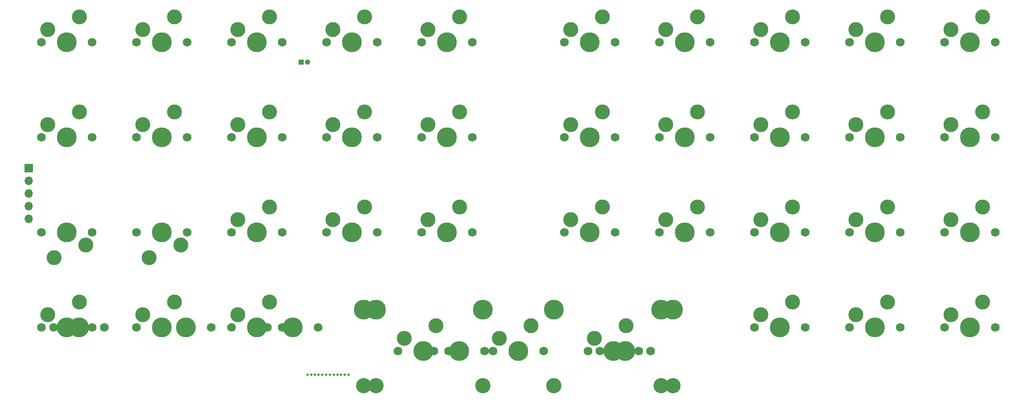
<source format=gts>
%TF.GenerationSoftware,KiCad,Pcbnew,7.0.6*%
%TF.CreationDate,2023-12-03T11:03:35-05:00*%
%TF.ProjectId,cutiepie2040-ortho-hotswap-solder-pcb,63757469-6570-4696-9532-3034302d6f72,rev?*%
%TF.SameCoordinates,PX27bdd2cPY74f41bc*%
%TF.FileFunction,Soldermask,Top*%
%TF.FilePolarity,Negative*%
%FSLAX46Y46*%
G04 Gerber Fmt 4.6, Leading zero omitted, Abs format (unit mm)*
G04 Created by KiCad (PCBNEW 7.0.6) date 2023-12-03 11:03:35*
%MOMM*%
%LPD*%
G01*
G04 APERTURE LIST*
%ADD10C,1.750000*%
%ADD11C,3.000000*%
%ADD12C,3.987800*%
%ADD13C,3.048000*%
%ADD14C,0.500000*%
%ADD15R,1.050000X1.050000*%
%ADD16C,1.050000*%
%ADD17R,1.700000X1.700000*%
%ADD18O,1.700000X1.700000*%
G04 APERTURE END LIST*
D10*
%TO.C,MX15*%
X61594938Y33337766D03*
D11*
X62864938Y35877766D03*
D12*
X66674938Y33337766D03*
D11*
X69214938Y38417766D03*
D10*
X71754938Y33337766D03*
%TD*%
%TO.C,MX11*%
X42544938Y33337766D03*
D11*
X43814938Y35877766D03*
D12*
X47624938Y33337766D03*
D11*
X50164938Y38417766D03*
D10*
X52704938Y33337766D03*
%TD*%
%TO.C,MX7*%
X33654938Y33337766D03*
D11*
X32384938Y30797766D03*
D12*
X28574938Y33337766D03*
D11*
X26034938Y28257766D03*
D10*
X23494938Y33337766D03*
%TD*%
%TO.C,MX3*%
X14604938Y33337766D03*
D11*
X13334938Y30797766D03*
D12*
X9524938Y33337766D03*
D11*
X6984938Y28257766D03*
D10*
X4444938Y33337766D03*
%TD*%
%TO.C,MX2*%
X4444938Y52387766D03*
D11*
X5714938Y54927766D03*
D12*
X9524938Y52387766D03*
D11*
X12064938Y57467766D03*
D10*
X14604938Y52387766D03*
%TD*%
%TO.C,MX6*%
X23494938Y52387766D03*
D11*
X24764938Y54927766D03*
D12*
X28574938Y52387766D03*
D11*
X31114938Y57467766D03*
D10*
X33654938Y52387766D03*
%TD*%
%TO.C,MX10*%
X42544938Y52387766D03*
D11*
X43814938Y54927766D03*
D12*
X47624938Y52387766D03*
D11*
X50164938Y57467766D03*
D10*
X52704938Y52387766D03*
%TD*%
%TO.C,MX14*%
X61594938Y52387766D03*
D11*
X62864938Y54927766D03*
D12*
X66674938Y52387766D03*
D11*
X69214938Y57467766D03*
D10*
X71754938Y52387766D03*
%TD*%
%TO.C,MX16*%
X80644938Y71437766D03*
D11*
X81914938Y73977766D03*
D12*
X85724938Y71437766D03*
D11*
X88264938Y76517766D03*
D10*
X90804938Y71437766D03*
%TD*%
%TO.C,MX17*%
X80644938Y52387766D03*
D11*
X81914938Y54927766D03*
D12*
X85724938Y52387766D03*
D11*
X88264938Y57467766D03*
D10*
X90804938Y52387766D03*
%TD*%
%TO.C,MX18*%
X80644938Y33337766D03*
D11*
X81914938Y35877766D03*
D12*
X85724938Y33337766D03*
D11*
X88264938Y38417766D03*
D10*
X90804938Y33337766D03*
%TD*%
%TO.C,MX4*%
X4444938Y14317344D03*
D11*
X5714938Y16857344D03*
D12*
X9524938Y14317344D03*
D11*
X12064938Y19397344D03*
D10*
X14604938Y14317344D03*
%TD*%
%TO.C,MX8*%
X23494954Y14317344D03*
D11*
X24764954Y16857344D03*
D12*
X28574954Y14317344D03*
D11*
X31114954Y19397344D03*
D10*
X33654954Y14317344D03*
%TD*%
%TO.C,MX12*%
X42544970Y14317344D03*
D11*
X43814970Y16857344D03*
D12*
X47624970Y14317344D03*
D11*
X50164970Y19397344D03*
D10*
X52704970Y14317344D03*
%TD*%
D13*
%TO.C,MX19*%
X69024498Y2569840D03*
D12*
X69024498Y17809840D03*
D10*
X75882498Y9554840D03*
D11*
X77152498Y12094840D03*
D12*
X80962498Y9554840D03*
D11*
X83502498Y14634840D03*
D10*
X86042498Y9554840D03*
D13*
X92900498Y2569840D03*
D12*
X92900498Y17809840D03*
%TD*%
%TO.C,MX23*%
X107124530Y17809840D03*
D13*
X107124530Y2569840D03*
D10*
X113982530Y9554840D03*
D11*
X115252530Y12094840D03*
D12*
X119062530Y9554840D03*
D11*
X121602530Y14634840D03*
D10*
X124142530Y9554840D03*
D12*
X131000530Y17809840D03*
D13*
X131000530Y2569840D03*
%TD*%
D10*
%TO.C,MX41*%
X59848726Y14317344D03*
D12*
X54768726Y14317344D03*
D10*
X49688726Y14317344D03*
%TD*%
D14*
%TO.C,H1*%
X57727511Y4762512D03*
X58477511Y4762512D03*
X59227511Y4762512D03*
X59977511Y4762512D03*
X60727511Y4762512D03*
X61477511Y4762512D03*
X62227511Y4762512D03*
X62977511Y4762512D03*
X63727511Y4762512D03*
X64477511Y4762512D03*
X65227511Y4762512D03*
X65977511Y4762512D03*
%TD*%
D10*
%TO.C,MX39*%
X16986190Y14317344D03*
D12*
X11906190Y14317344D03*
D10*
X6826190Y14317344D03*
%TD*%
%TO.C,MX40*%
X38417458Y14317344D03*
D12*
X33337458Y14317344D03*
D10*
X28257458Y14317344D03*
%TD*%
%TO.C,MX43*%
X93186254Y9554840D03*
D12*
X88106254Y9554840D03*
D10*
X83026254Y9554840D03*
%TD*%
%TO.C,MX46*%
X126523782Y9554840D03*
D12*
X121443782Y9554840D03*
D10*
X116363782Y9554840D03*
%TD*%
%TO.C,MX35*%
X195579938Y71437766D03*
D11*
X193039938Y76517766D03*
D12*
X190499938Y71437766D03*
D11*
X186689938Y73977766D03*
D10*
X185419938Y71437766D03*
%TD*%
%TO.C,MX1*%
X14604938Y71437766D03*
D11*
X12064938Y76517766D03*
D12*
X9524938Y71437766D03*
D11*
X5714938Y73977766D03*
D10*
X4444938Y71437766D03*
%TD*%
%TO.C,MX22*%
X119379938Y33337766D03*
D11*
X116839938Y38417766D03*
D12*
X114299938Y33337766D03*
D11*
X110489938Y35877766D03*
D10*
X109219938Y33337766D03*
%TD*%
%TO.C,MX30*%
X157479938Y14287766D03*
D11*
X154939938Y19367766D03*
D12*
X152399938Y14287766D03*
D11*
X148589938Y16827766D03*
D10*
X147319938Y14287766D03*
%TD*%
D15*
%TO.C,SW1*%
X56500145Y67482825D03*
D16*
X57770145Y67482825D03*
%TD*%
D10*
%TO.C,MX33*%
X176529938Y33337766D03*
D11*
X173989938Y38417766D03*
D12*
X171449938Y33337766D03*
D11*
X167639938Y35877766D03*
D10*
X166369938Y33337766D03*
%TD*%
%TO.C,MX13*%
X71754938Y71437766D03*
D11*
X69214938Y76517766D03*
D12*
X66674938Y71437766D03*
D11*
X62864938Y73977766D03*
D10*
X61594938Y71437766D03*
%TD*%
%TO.C,MX29*%
X157479938Y33337766D03*
D11*
X154939938Y38417766D03*
D12*
X152399938Y33337766D03*
D11*
X148589938Y35877766D03*
D10*
X147319938Y33337766D03*
%TD*%
%TO.C,MX5*%
X33654938Y71437766D03*
D11*
X31114938Y76517766D03*
D12*
X28574938Y71437766D03*
D11*
X24764938Y73977766D03*
D10*
X23494938Y71437766D03*
%TD*%
%TO.C,MX24*%
X138429938Y71437766D03*
D11*
X135889938Y76517766D03*
D12*
X133349938Y71437766D03*
D11*
X129539938Y73977766D03*
D10*
X128269938Y71437766D03*
%TD*%
%TO.C,MX21*%
X119379938Y52387766D03*
D11*
X116839938Y57467766D03*
D12*
X114299938Y52387766D03*
D11*
X110489938Y54927766D03*
D10*
X109219938Y52387766D03*
%TD*%
%TO.C,MX32*%
X176529938Y52387766D03*
D11*
X173989938Y57467766D03*
D12*
X171449938Y52387766D03*
D11*
X167639938Y54927766D03*
D10*
X166369938Y52387766D03*
%TD*%
%TO.C,MX38*%
X195579938Y14287766D03*
D11*
X193039938Y19367766D03*
D12*
X190499938Y14287766D03*
D11*
X186689938Y16827766D03*
D10*
X185419938Y14287766D03*
%TD*%
%TO.C,MX20*%
X119379938Y71437766D03*
D11*
X116839938Y76517766D03*
D12*
X114299938Y71437766D03*
D11*
X110489938Y73977766D03*
D10*
X109219938Y71437766D03*
%TD*%
%TO.C,MX36*%
X195579938Y52387766D03*
D11*
X193039938Y57467766D03*
D12*
X190499938Y52387766D03*
D11*
X186689938Y54927766D03*
D10*
X185419938Y52387766D03*
%TD*%
%TO.C,MX37*%
X195579938Y33337766D03*
D11*
X193039938Y38417766D03*
D12*
X190499938Y33337766D03*
D11*
X186689938Y35877766D03*
D10*
X185419938Y33337766D03*
%TD*%
%TO.C,MX26*%
X138429938Y33337766D03*
D11*
X135889938Y38417766D03*
D12*
X133349938Y33337766D03*
D11*
X129539938Y35877766D03*
D10*
X128269938Y33337766D03*
%TD*%
D13*
%TO.C,MX44*%
X128587514Y2569840D03*
D12*
X128587514Y17809840D03*
D10*
X105092514Y9554840D03*
D11*
X102552514Y14634840D03*
D12*
X100012514Y9554840D03*
D11*
X96202514Y12094840D03*
D10*
X94932514Y9554840D03*
D13*
X71437514Y2569840D03*
D12*
X71437514Y17809840D03*
%TD*%
D10*
%TO.C,MX9*%
X52704938Y71437766D03*
D11*
X50164938Y76517766D03*
D12*
X47624938Y71437766D03*
D11*
X43814938Y73977766D03*
D10*
X42544938Y71437766D03*
%TD*%
%TO.C,MX27*%
X157479938Y71437766D03*
D11*
X154939938Y76517766D03*
D12*
X152399938Y71437766D03*
D11*
X148589938Y73977766D03*
D10*
X147319938Y71437766D03*
%TD*%
D17*
%TO.C,J2*%
X1849938Y46156666D03*
D18*
X1849938Y43616666D03*
X1849938Y41076666D03*
X1849938Y38536666D03*
X1849938Y35996666D03*
%TD*%
D10*
%TO.C,MX28*%
X157479938Y52387766D03*
D11*
X154939938Y57467766D03*
D12*
X152399938Y52387766D03*
D11*
X148589938Y54927766D03*
D10*
X147319938Y52387766D03*
%TD*%
%TO.C,MX25*%
X138429938Y52387766D03*
D11*
X135889938Y57467766D03*
D12*
X133349938Y52387766D03*
D11*
X129539938Y54927766D03*
D10*
X128269938Y52387766D03*
%TD*%
%TO.C,MX34*%
X176529938Y14287766D03*
D11*
X173989938Y19367766D03*
D12*
X171449938Y14287766D03*
D11*
X167639938Y16827766D03*
D10*
X166369938Y14287766D03*
%TD*%
%TO.C,MX31*%
X176529938Y71437766D03*
D11*
X173989938Y76517766D03*
D12*
X171449938Y71437766D03*
D11*
X167639938Y73977766D03*
D10*
X166369938Y71437766D03*
%TD*%
M02*

</source>
